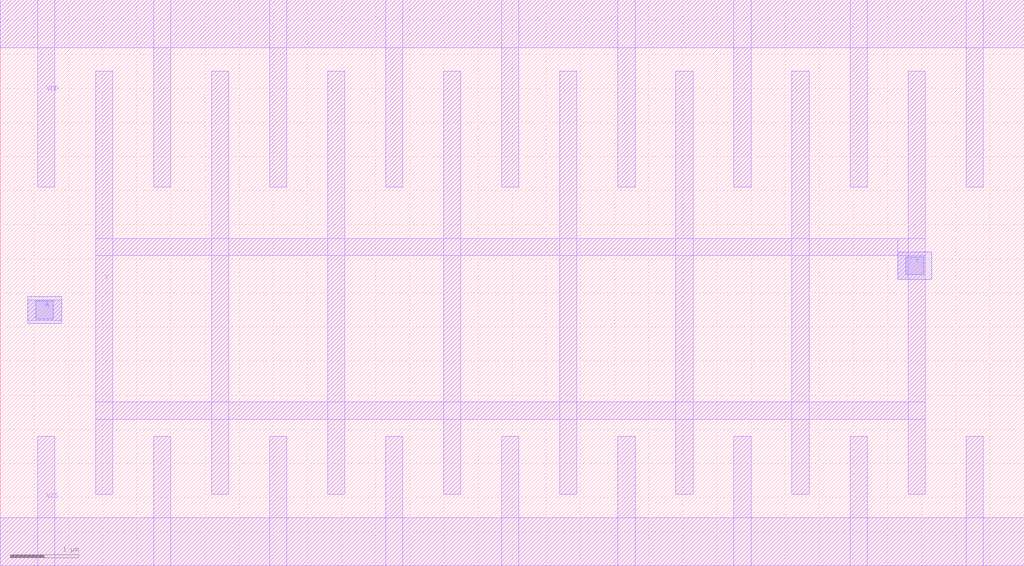
<source format=lef>
# Copyright 2022 Google LLC
# Licensed under the Apache License, Version 2.0 (the "License");
# you may not use this file except in compliance with the License.
# You may obtain a copy of the License at
#
#      http://www.apache.org/licenses/LICENSE-2.0
#
# Unless required by applicable law or agreed to in writing, software
# distributed under the License is distributed on an "AS IS" BASIS,
# WITHOUT WARRANTIES OR CONDITIONS OF ANY KIND, either express or implied.
# See the License for the specific language governing permissions and
# limitations under the License.
VERSION 5.7 ;
BUSBITCHARS "[]" ;
DIVIDERCHAR "/" ;

MACRO gf180mcu_osu_sc_gp12t3v3__inv_16
  CLASS CORE ;
  ORIGIN 0 0 ;
  FOREIGN gf180mcu_osu_sc_gp12t3v3__inv_16 0 0 ;
  SIZE 15 BY 8.3 ;
  SYMMETRY X Y ;
  SITE gf180mcu_osu_sc_gp12t3v3 ;
  PIN VDD
    DIRECTION INOUT ;
    USE POWER ;
    SHAPE ABUTMENT ;
    PORT
      LAYER Metal1 ;
        RECT 0 7.6 15 8.3 ;
        RECT 14.15 5.55 14.4 8.3 ;
        RECT 12.45 5.55 12.7 8.3 ;
        RECT 10.75 5.55 11 8.3 ;
        RECT 9.05 5.55 9.3 8.3 ;
        RECT 7.35 5.55 7.6 8.3 ;
        RECT 5.65 5.55 5.9 8.3 ;
        RECT 3.95 5.55 4.2 8.3 ;
        RECT 2.25 5.55 2.5 8.3 ;
        RECT 0.55 5.55 0.8 8.3 ;
    END
  END VDD
  PIN VSS
    DIRECTION INOUT ;
    USE GROUND ;
    SHAPE ABUTMENT ;
    PORT
      LAYER Metal1 ;
        RECT 0 0 15 0.7 ;
        RECT 14.15 0 14.4 1.9 ;
        RECT 12.45 0 12.7 1.9 ;
        RECT 10.75 0 11 1.9 ;
        RECT 9.05 0 9.3 1.9 ;
        RECT 7.35 0 7.6 1.9 ;
        RECT 5.65 0 5.9 1.9 ;
        RECT 3.95 0 4.2 1.9 ;
        RECT 2.25 0 2.5 1.9 ;
        RECT 0.55 0 0.8 1.9 ;
    END
  END VSS
  PIN A
    DIRECTION INPUT ;
    USE SIGNAL ;
    PORT
      LAYER Metal1 ;
        RECT 0.4 3.6 0.9 3.9 ;
      LAYER Metal2 ;
        RECT 0.4 3.55 0.9 3.95 ;
      LAYER Via1 ;
        RECT 0.52 3.62 0.78 3.88 ;
    END
  END A
  PIN Y
    DIRECTION OUTPUT ;
    USE SIGNAL ;
    PORT
      LAYER Metal1 ;
        RECT 13.3 1.05 13.55 7.25 ;
        RECT 1.4 4.55 13.55 4.8 ;
        RECT 13.15 4.2 13.55 4.8 ;
        RECT 1.4 2.15 13.55 2.4 ;
        RECT 11.6 1.05 11.85 7.25 ;
        RECT 9.9 1.05 10.15 7.25 ;
        RECT 8.2 1.05 8.45 7.25 ;
        RECT 6.5 1.05 6.75 7.25 ;
        RECT 4.8 1.05 5.05 7.25 ;
        RECT 3.1 1.05 3.35 7.25 ;
        RECT 1.4 1.05 1.65 7.25 ;
      LAYER Metal2 ;
        RECT 13.15 4.2 13.65 4.6 ;
      LAYER Via1 ;
        RECT 13.27 4.27 13.53 4.53 ;
    END
  END Y
END gf180mcu_osu_sc_gp12t3v3__inv_16

</source>
